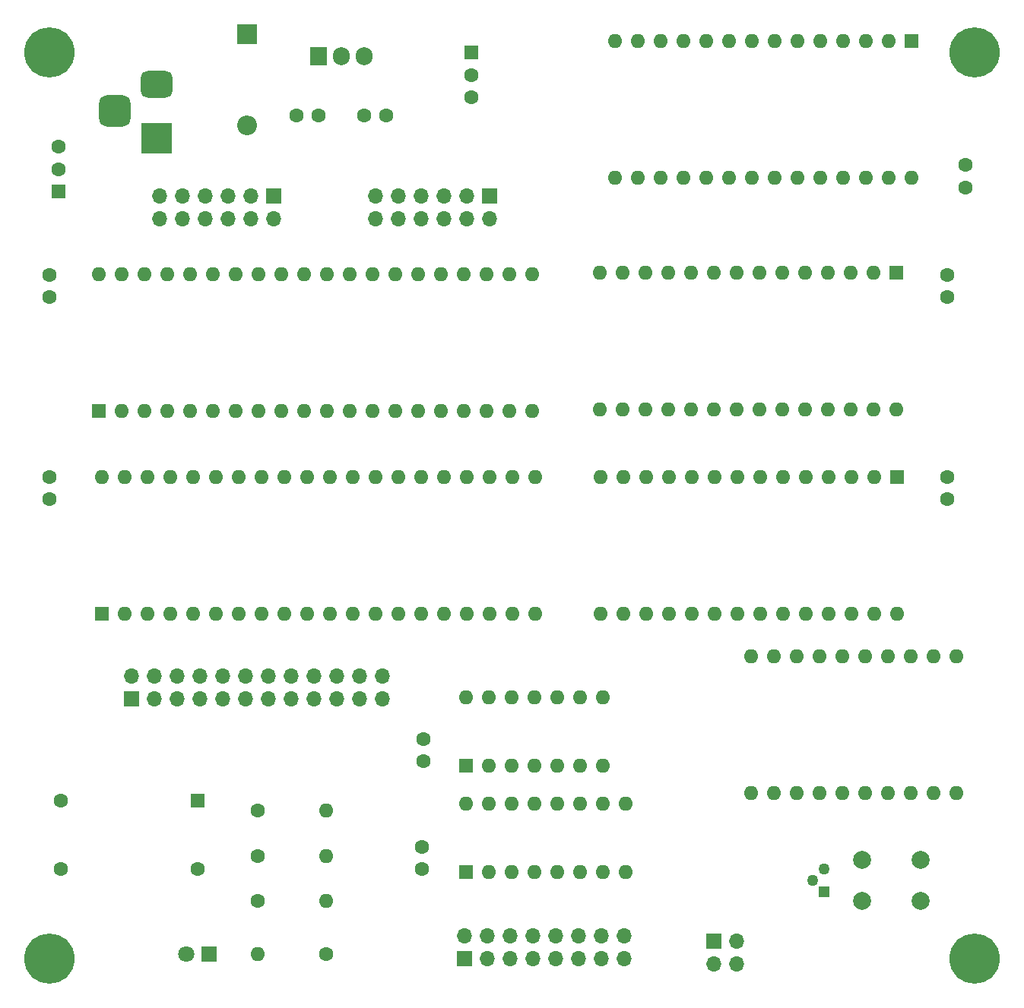
<source format=gbr>
%TF.GenerationSoftware,KiCad,Pcbnew,7.0.2*%
%TF.CreationDate,2023-05-29T20:29:47-07:00*%
%TF.ProjectId,Test6502_project,54657374-3635-4303-925f-70726f6a6563,rev?*%
%TF.SameCoordinates,Original*%
%TF.FileFunction,Soldermask,Bot*%
%TF.FilePolarity,Negative*%
%FSLAX46Y46*%
G04 Gerber Fmt 4.6, Leading zero omitted, Abs format (unit mm)*
G04 Created by KiCad (PCBNEW 7.0.2) date 2023-05-29 20:29:47*
%MOMM*%
%LPD*%
G01*
G04 APERTURE LIST*
G04 Aperture macros list*
%AMRoundRect*
0 Rectangle with rounded corners*
0 $1 Rounding radius*
0 $2 $3 $4 $5 $6 $7 $8 $9 X,Y pos of 4 corners*
0 Add a 4 corners polygon primitive as box body*
4,1,4,$2,$3,$4,$5,$6,$7,$8,$9,$2,$3,0*
0 Add four circle primitives for the rounded corners*
1,1,$1+$1,$2,$3*
1,1,$1+$1,$4,$5*
1,1,$1+$1,$6,$7*
1,1,$1+$1,$8,$9*
0 Add four rect primitives between the rounded corners*
20,1,$1+$1,$2,$3,$4,$5,0*
20,1,$1+$1,$4,$5,$6,$7,0*
20,1,$1+$1,$6,$7,$8,$9,0*
20,1,$1+$1,$8,$9,$2,$3,0*%
G04 Aperture macros list end*
%ADD10C,1.600000*%
%ADD11C,5.600000*%
%ADD12O,1.600000X1.600000*%
%ADD13R,2.200000X2.200000*%
%ADD14O,2.200000X2.200000*%
%ADD15R,1.600000X1.600000*%
%ADD16R,1.700000X1.700000*%
%ADD17O,1.700000X1.700000*%
%ADD18R,3.500000X3.500000*%
%ADD19RoundRect,0.750000X-1.000000X0.750000X-1.000000X-0.750000X1.000000X-0.750000X1.000000X0.750000X0*%
%ADD20RoundRect,0.875000X-0.875000X0.875000X-0.875000X-0.875000X0.875000X-0.875000X0.875000X0.875000X0*%
%ADD21R,1.270000X1.270000*%
%ADD22C,1.270000*%
%ADD23C,2.000000*%
%ADD24R,1.800000X1.800000*%
%ADD25C,1.800000*%
%ADD26R,1.905000X2.000000*%
%ADD27O,1.905000X2.000000*%
G04 APERTURE END LIST*
D10*
%TO.C,C7*%
X123000000Y-40000000D03*
X123000000Y-37500000D03*
%TD*%
D11*
%TO.C,H2*%
X21000000Y-126000000D03*
%TD*%
D10*
%TO.C,R2*%
X44190000Y-114500000D03*
D12*
X51810000Y-114500000D03*
%TD*%
D10*
%TO.C,C5*%
X62660000Y-104000000D03*
X62660000Y-101500000D03*
%TD*%
D13*
%TO.C,D2*%
X43000000Y-22920000D03*
D14*
X43000000Y-33080000D03*
%TD*%
D10*
%TO.C,C4*%
X121000000Y-74760000D03*
X121000000Y-72260000D03*
%TD*%
%TO.C,C3*%
X21000000Y-74760000D03*
X21000000Y-72260000D03*
%TD*%
D15*
%TO.C,ACIA1*%
X115400000Y-72260000D03*
D12*
X112860000Y-72260000D03*
X110320000Y-72260000D03*
X107780000Y-72260000D03*
X105240000Y-72260000D03*
X102700000Y-72260000D03*
X100160000Y-72260000D03*
X97620000Y-72260000D03*
X95080000Y-72260000D03*
X92540000Y-72260000D03*
X90000000Y-72260000D03*
X87460000Y-72260000D03*
X84920000Y-72260000D03*
X82380000Y-72260000D03*
X82380000Y-87500000D03*
X84920000Y-87500000D03*
X87460000Y-87500000D03*
X90000000Y-87500000D03*
X92540000Y-87500000D03*
X95080000Y-87500000D03*
X97620000Y-87500000D03*
X100160000Y-87500000D03*
X102700000Y-87500000D03*
X105240000Y-87500000D03*
X107780000Y-87500000D03*
X110320000Y-87500000D03*
X112860000Y-87500000D03*
X115400000Y-87500000D03*
%TD*%
D16*
%TO.C,J3*%
X70000000Y-40960000D03*
D17*
X70000000Y-43500000D03*
X67460000Y-40960000D03*
X67460000Y-43500000D03*
X64920000Y-40960000D03*
X64920000Y-43500000D03*
X62380000Y-40960000D03*
X62380000Y-43500000D03*
X59840000Y-40960000D03*
X59840000Y-43500000D03*
X57300000Y-40960000D03*
X57300000Y-43500000D03*
%TD*%
D15*
%TO.C,SW_ROM_SEL1*%
X68000000Y-25000000D03*
D10*
X68000000Y-27500000D03*
X68000000Y-30000000D03*
%TD*%
%TO.C,C2*%
X121000000Y-52260000D03*
X121000000Y-49760000D03*
%TD*%
D15*
%TO.C,74LS138*%
X67425000Y-116320000D03*
D12*
X69965000Y-116320000D03*
X72505000Y-116320000D03*
X75045000Y-116320000D03*
X77585000Y-116320000D03*
X80125000Y-116320000D03*
X82665000Y-116320000D03*
X85205000Y-116320000D03*
X85205000Y-108700000D03*
X82665000Y-108700000D03*
X80125000Y-108700000D03*
X77585000Y-108700000D03*
X75045000Y-108700000D03*
X72505000Y-108700000D03*
X69965000Y-108700000D03*
X67425000Y-108700000D03*
%TD*%
D15*
%TO.C,6502CPU1*%
X26820000Y-87500000D03*
D12*
X29360000Y-87500000D03*
X31900000Y-87500000D03*
X34440000Y-87500000D03*
X36980000Y-87500000D03*
X39520000Y-87500000D03*
X42060000Y-87500000D03*
X44600000Y-87500000D03*
X47140000Y-87500000D03*
X49680000Y-87500000D03*
X52220000Y-87500000D03*
X54760000Y-87500000D03*
X57300000Y-87500000D03*
X59840000Y-87500000D03*
X62380000Y-87500000D03*
X64920000Y-87500000D03*
X67460000Y-87500000D03*
X70000000Y-87500000D03*
X72540000Y-87500000D03*
X75080000Y-87500000D03*
X75080000Y-72260000D03*
X72540000Y-72260000D03*
X70000000Y-72260000D03*
X67460000Y-72260000D03*
X64920000Y-72260000D03*
X62380000Y-72260000D03*
X59840000Y-72260000D03*
X57300000Y-72260000D03*
X54760000Y-72260000D03*
X52220000Y-72260000D03*
X49680000Y-72260000D03*
X47140000Y-72260000D03*
X44600000Y-72260000D03*
X42060000Y-72260000D03*
X39520000Y-72260000D03*
X36980000Y-72260000D03*
X34440000Y-72260000D03*
X31900000Y-72260000D03*
X29360000Y-72260000D03*
X26820000Y-72260000D03*
%TD*%
D15*
%TO.C,SW_PWR1*%
X22000000Y-40500000D03*
D10*
X22000000Y-38000000D03*
X22000000Y-35500000D03*
%TD*%
D16*
%TO.C,J1*%
X94960000Y-124000000D03*
D17*
X97500000Y-124000000D03*
X94960000Y-126540000D03*
X97500000Y-126540000D03*
%TD*%
D15*
%TO.C,CLK1*%
X37500000Y-108380000D03*
D10*
X22260000Y-108380000D03*
X22260000Y-116000000D03*
X37500000Y-116000000D03*
%TD*%
%TO.C,R4*%
X51810000Y-125500000D03*
D12*
X44190000Y-125500000D03*
%TD*%
D11*
%TO.C,H4*%
X124000000Y-126000000D03*
%TD*%
%TO.C,H3*%
X124000000Y-25000000D03*
%TD*%
D18*
%TO.C,J5*%
X32957500Y-34500000D03*
D19*
X32957500Y-28500000D03*
D20*
X28257500Y-31500000D03*
%TD*%
D16*
%TO.C,J7*%
X67220000Y-126000000D03*
D17*
X67220000Y-123460000D03*
X69760000Y-126000000D03*
X69760000Y-123460000D03*
X72300000Y-126000000D03*
X72300000Y-123460000D03*
X74840000Y-126000000D03*
X74840000Y-123460000D03*
X77380000Y-126000000D03*
X77380000Y-123460000D03*
X79920000Y-126000000D03*
X79920000Y-123460000D03*
X82460000Y-126000000D03*
X82460000Y-123460000D03*
X85000000Y-126000000D03*
X85000000Y-123460000D03*
%TD*%
D15*
%TO.C,U6*%
X67420000Y-104500000D03*
D12*
X69960000Y-104500000D03*
X72500000Y-104500000D03*
X75040000Y-104500000D03*
X77580000Y-104500000D03*
X80120000Y-104500000D03*
X82660000Y-104500000D03*
X82660000Y-96880000D03*
X80120000Y-96880000D03*
X77580000Y-96880000D03*
X75040000Y-96880000D03*
X72500000Y-96880000D03*
X69960000Y-96880000D03*
X67420000Y-96880000D03*
%TD*%
D21*
%TO.C,DS1813*%
X107270000Y-118540000D03*
D22*
X106000000Y-117270000D03*
X107270000Y-116000000D03*
%TD*%
D10*
%TO.C,R1*%
X44190000Y-109500000D03*
D12*
X51810000Y-109500000D03*
%TD*%
D15*
%TO.C,ROM1*%
X116980000Y-23730000D03*
D12*
X114440000Y-23730000D03*
X111900000Y-23730000D03*
X109360000Y-23730000D03*
X106820000Y-23730000D03*
X104280000Y-23730000D03*
X101740000Y-23730000D03*
X99200000Y-23730000D03*
X96660000Y-23730000D03*
X94120000Y-23730000D03*
X91580000Y-23730000D03*
X89040000Y-23730000D03*
X86500000Y-23730000D03*
X83960000Y-23730000D03*
X83960000Y-38970000D03*
X86500000Y-38970000D03*
X89040000Y-38970000D03*
X91580000Y-38970000D03*
X94120000Y-38970000D03*
X96660000Y-38970000D03*
X99200000Y-38970000D03*
X101740000Y-38970000D03*
X104280000Y-38970000D03*
X106820000Y-38970000D03*
X109360000Y-38970000D03*
X111900000Y-38970000D03*
X114440000Y-38970000D03*
X116980000Y-38970000D03*
%TD*%
D23*
%TO.C,SW_RES1*%
X111500000Y-115000000D03*
X118000000Y-115000000D03*
X111500000Y-119500000D03*
X118000000Y-119500000D03*
%TD*%
D12*
%TO.C,VIA1*%
X26486481Y-49674940D03*
X29026481Y-49674940D03*
X31566481Y-49674940D03*
X34106481Y-49674940D03*
X36646481Y-49674940D03*
X39186481Y-49674940D03*
X41726481Y-49674940D03*
X44266481Y-49674940D03*
X46806481Y-49674940D03*
X49346481Y-49674940D03*
X51886481Y-49674940D03*
X54426481Y-49674940D03*
X56966481Y-49674940D03*
X59506481Y-49674940D03*
X62046481Y-49674940D03*
X64586481Y-49674940D03*
X67126481Y-49674940D03*
X69666481Y-49674940D03*
X72206481Y-49674940D03*
X74746481Y-49674940D03*
X74746481Y-64914940D03*
X72206481Y-64914940D03*
X69666481Y-64914940D03*
X67126481Y-64914940D03*
X64586481Y-64914940D03*
X62046481Y-64914940D03*
X59506481Y-64914940D03*
X56966481Y-64914940D03*
X54426481Y-64914940D03*
X51886481Y-64914940D03*
X49346481Y-64914940D03*
X46806481Y-64914940D03*
X44266481Y-64914940D03*
X41726481Y-64914940D03*
X39186481Y-64914940D03*
X36646481Y-64914940D03*
X34106481Y-64914940D03*
X31566481Y-64914940D03*
X29026481Y-64914940D03*
D15*
X26486481Y-64914940D03*
%TD*%
D24*
%TO.C,D1*%
X38775000Y-125500000D03*
D25*
X36235000Y-125500000D03*
%TD*%
D10*
%TO.C,C6*%
X62500000Y-116000000D03*
X62500000Y-113500000D03*
%TD*%
D16*
%TO.C,J6*%
X30140000Y-97000000D03*
D17*
X30140000Y-94460000D03*
X32680000Y-97000000D03*
X32680000Y-94460000D03*
X35220000Y-97000000D03*
X35220000Y-94460000D03*
X37760000Y-97000000D03*
X37760000Y-94460000D03*
X40300000Y-97000000D03*
X40300000Y-94460000D03*
X42840000Y-97000000D03*
X42840000Y-94460000D03*
X45380000Y-97000000D03*
X45380000Y-94460000D03*
X47920000Y-97000000D03*
X47920000Y-94460000D03*
X50460000Y-97000000D03*
X50460000Y-94460000D03*
X53000000Y-97000000D03*
X53000000Y-94460000D03*
X55540000Y-97000000D03*
X55540000Y-94460000D03*
X58080000Y-97000000D03*
X58080000Y-94460000D03*
%TD*%
D15*
%TO.C,RAM1*%
X115320000Y-49520000D03*
D12*
X112780000Y-49520000D03*
X110240000Y-49520000D03*
X107700000Y-49520000D03*
X105160000Y-49520000D03*
X102620000Y-49520000D03*
X100080000Y-49520000D03*
X97540000Y-49520000D03*
X95000000Y-49520000D03*
X92460000Y-49520000D03*
X89920000Y-49520000D03*
X87380000Y-49520000D03*
X84840000Y-49520000D03*
X82300000Y-49520000D03*
X82300000Y-64760000D03*
X84840000Y-64760000D03*
X87380000Y-64760000D03*
X89920000Y-64760000D03*
X92460000Y-64760000D03*
X95000000Y-64760000D03*
X97540000Y-64760000D03*
X100080000Y-64760000D03*
X102620000Y-64760000D03*
X105160000Y-64760000D03*
X107700000Y-64760000D03*
X110240000Y-64760000D03*
X112780000Y-64760000D03*
X115320000Y-64760000D03*
%TD*%
D11*
%TO.C,H1*%
X21000000Y-25000000D03*
%TD*%
D10*
%TO.C,R3*%
X44190000Y-119500000D03*
D12*
X51810000Y-119500000D03*
%TD*%
D26*
%TO.C,U1*%
X50920000Y-25404830D03*
D27*
X53460000Y-25404830D03*
X56000000Y-25404830D03*
%TD*%
D12*
%TO.C,UART1*%
X121960000Y-92260000D03*
X119420000Y-92260000D03*
X116880000Y-92260000D03*
X114340000Y-92260000D03*
X111800000Y-92260000D03*
X109260000Y-92260000D03*
X106720000Y-92260000D03*
X104180000Y-92260000D03*
X101640000Y-92260000D03*
X99100000Y-92260000D03*
X99100000Y-107500000D03*
X101640000Y-107500000D03*
X104180000Y-107500000D03*
X106720000Y-107500000D03*
X109260000Y-107500000D03*
X111800000Y-107500000D03*
X114340000Y-107500000D03*
X116880000Y-107500000D03*
X119420000Y-107500000D03*
X121960000Y-107500000D03*
%TD*%
D10*
%TO.C,C8*%
X48500000Y-32000000D03*
X51000000Y-32000000D03*
%TD*%
D16*
%TO.C,J2*%
X46000000Y-41000000D03*
D17*
X46000000Y-43540000D03*
X43460000Y-41000000D03*
X43460000Y-43540000D03*
X40920000Y-41000000D03*
X40920000Y-43540000D03*
X38380000Y-41000000D03*
X38380000Y-43540000D03*
X35840000Y-41000000D03*
X35840000Y-43540000D03*
X33300000Y-41000000D03*
X33300000Y-43540000D03*
%TD*%
D10*
%TO.C,C1*%
X21000000Y-52260000D03*
X21000000Y-49760000D03*
%TD*%
%TO.C,C9*%
X58500000Y-32000000D03*
X56000000Y-32000000D03*
%TD*%
M02*

</source>
